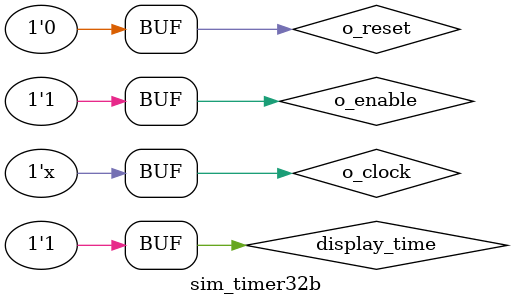
<source format=v>
`timescale 1ns / 1ps


module sim_timer32b(
    );
    reg o_reset;
    reg o_clock;
    reg o_clearw;
    reg display_time;
    reg o_enable;
    wire [31:0] timer_currentvalue;
    wire overflow;
    
    timer32b uut(
    .i_clock(o_clock),
    .i_reset(o_reset),
    .i_clearw(o_clearw),
    .i_showtime(display_time),
    .i_enable(o_enable),
    .o_currentv(timer_currentvalue),
    .o_overflow(overflow)
    );
    
initial begin
    #10
    o_clock = 0;
    o_reset = 1;
    display_time=1;
    
    #15;
    o_reset = 0;
    o_enable = 1;   
    
end 
    
always #1 o_clock <= ~o_clock;
always @(*) if(overflow) o_clearw<=1;
    
        
endmodule

</source>
